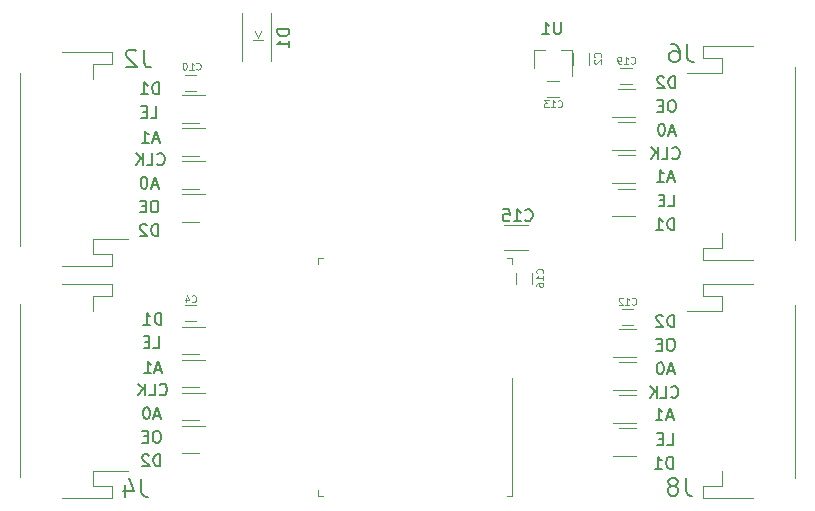
<source format=gbr>
G04 #@! TF.GenerationSoftware,KiCad,Pcbnew,(5.1.2)-2*
G04 #@! TF.CreationDate,2019-09-22T20:07:18+01:00*
G04 #@! TF.ProjectId,LEDPanelControllerV2,4c454450-616e-4656-9c43-6f6e74726f6c,rev?*
G04 #@! TF.SameCoordinates,Original*
G04 #@! TF.FileFunction,Legend,Bot*
G04 #@! TF.FilePolarity,Positive*
%FSLAX46Y46*%
G04 Gerber Fmt 4.6, Leading zero omitted, Abs format (unit mm)*
G04 Created by KiCad (PCBNEW (5.1.2)-2) date 2019-09-22 20:07:18*
%MOMM*%
%LPD*%
G04 APERTURE LIST*
%ADD10C,0.150000*%
%ADD11C,0.100000*%
%ADD12C,0.120000*%
%ADD13C,0.200000*%
G04 APERTURE END LIST*
D10*
X125495238Y-89757142D02*
X125542857Y-89804761D01*
X125685714Y-89852380D01*
X125780952Y-89852380D01*
X125923809Y-89804761D01*
X126019047Y-89709523D01*
X126066666Y-89614285D01*
X126114285Y-89423809D01*
X126114285Y-89280952D01*
X126066666Y-89090476D01*
X126019047Y-88995238D01*
X125923809Y-88900000D01*
X125780952Y-88852380D01*
X125685714Y-88852380D01*
X125542857Y-88900000D01*
X125495238Y-88947619D01*
X124590476Y-89852380D02*
X125066666Y-89852380D01*
X125066666Y-88852380D01*
X124257142Y-89852380D02*
X124257142Y-88852380D01*
X123685714Y-89852380D02*
X124114285Y-89280952D01*
X123685714Y-88852380D02*
X124257142Y-89423809D01*
X124942857Y-85852380D02*
X125419047Y-85852380D01*
X125419047Y-84852380D01*
X124609523Y-85328571D02*
X124276190Y-85328571D01*
X124133333Y-85852380D02*
X124609523Y-85852380D01*
X124609523Y-84852380D01*
X124133333Y-84852380D01*
X125347619Y-92852380D02*
X125157142Y-92852380D01*
X125061904Y-92900000D01*
X124966666Y-92995238D01*
X124919047Y-93185714D01*
X124919047Y-93519047D01*
X124966666Y-93709523D01*
X125061904Y-93804761D01*
X125157142Y-93852380D01*
X125347619Y-93852380D01*
X125442857Y-93804761D01*
X125538095Y-93709523D01*
X125585714Y-93519047D01*
X125585714Y-93185714D01*
X125538095Y-92995238D01*
X125442857Y-92900000D01*
X125347619Y-92852380D01*
X124490476Y-93328571D02*
X124157142Y-93328571D01*
X124014285Y-93852380D02*
X124490476Y-93852380D01*
X124490476Y-92852380D01*
X124014285Y-92852380D01*
X125638095Y-83852381D02*
X125638095Y-82852381D01*
X125400000Y-82852381D01*
X125257142Y-82900001D01*
X125161904Y-82995239D01*
X125114285Y-83090477D01*
X125066666Y-83280953D01*
X125066666Y-83423810D01*
X125114285Y-83614286D01*
X125161904Y-83709524D01*
X125257142Y-83804762D01*
X125400000Y-83852381D01*
X125638095Y-83852381D01*
X124114285Y-83852381D02*
X124685714Y-83852381D01*
X124400000Y-83852381D02*
X124400000Y-82852381D01*
X124495238Y-82995239D01*
X124590476Y-83090477D01*
X124685714Y-83138096D01*
X125614285Y-87666665D02*
X125138095Y-87666665D01*
X125709523Y-87952379D02*
X125376190Y-86952379D01*
X125042857Y-87952379D01*
X124185714Y-87952379D02*
X124757142Y-87952379D01*
X124471428Y-87952379D02*
X124471428Y-86952379D01*
X124566666Y-87095237D01*
X124661904Y-87190475D01*
X124757142Y-87238094D01*
X125514286Y-91566666D02*
X125038096Y-91566666D01*
X125609524Y-91852380D02*
X125276191Y-90852380D01*
X124942858Y-91852380D01*
X124419048Y-90852380D02*
X124323810Y-90852380D01*
X124228572Y-90900000D01*
X124180953Y-90947619D01*
X124133334Y-91042857D01*
X124085715Y-91233333D01*
X124085715Y-91471428D01*
X124133334Y-91661904D01*
X124180953Y-91757142D01*
X124228572Y-91804761D01*
X124323810Y-91852380D01*
X124419048Y-91852380D01*
X124514286Y-91804761D01*
X124561905Y-91757142D01*
X124609524Y-91661904D01*
X124657143Y-91471428D01*
X124657143Y-91233333D01*
X124609524Y-91042857D01*
X124561905Y-90947619D01*
X124514286Y-90900000D01*
X124419048Y-90852380D01*
X125538095Y-95852381D02*
X125538095Y-94852381D01*
X125300000Y-94852381D01*
X125157142Y-94900001D01*
X125061904Y-94995239D01*
X125014285Y-95090477D01*
X124966666Y-95280953D01*
X124966666Y-95423810D01*
X125014285Y-95614286D01*
X125061904Y-95709524D01*
X125157142Y-95804762D01*
X125300000Y-95852381D01*
X125538095Y-95852381D01*
X124585714Y-94947620D02*
X124538095Y-94900001D01*
X124442857Y-94852381D01*
X124204761Y-94852381D01*
X124109523Y-94900001D01*
X124061904Y-94947620D01*
X124014285Y-95042858D01*
X124014285Y-95138096D01*
X124061904Y-95280953D01*
X124633333Y-95852381D01*
X124014285Y-95852381D01*
X125547619Y-112352380D02*
X125357142Y-112352380D01*
X125261904Y-112400000D01*
X125166666Y-112495238D01*
X125119047Y-112685714D01*
X125119047Y-113019047D01*
X125166666Y-113209523D01*
X125261904Y-113304761D01*
X125357142Y-113352380D01*
X125547619Y-113352380D01*
X125642857Y-113304761D01*
X125738095Y-113209523D01*
X125785714Y-113019047D01*
X125785714Y-112685714D01*
X125738095Y-112495238D01*
X125642857Y-112400000D01*
X125547619Y-112352380D01*
X124690476Y-112828571D02*
X124357142Y-112828571D01*
X124214285Y-113352380D02*
X124690476Y-113352380D01*
X124690476Y-112352380D01*
X124214285Y-112352380D01*
X125838095Y-103352381D02*
X125838095Y-102352381D01*
X125600000Y-102352381D01*
X125457142Y-102400001D01*
X125361904Y-102495239D01*
X125314285Y-102590477D01*
X125266666Y-102780953D01*
X125266666Y-102923810D01*
X125314285Y-103114286D01*
X125361904Y-103209524D01*
X125457142Y-103304762D01*
X125600000Y-103352381D01*
X125838095Y-103352381D01*
X124314285Y-103352381D02*
X124885714Y-103352381D01*
X124600000Y-103352381D02*
X124600000Y-102352381D01*
X124695238Y-102495239D01*
X124790476Y-102590477D01*
X124885714Y-102638096D01*
X125738095Y-115352381D02*
X125738095Y-114352381D01*
X125500000Y-114352381D01*
X125357142Y-114400001D01*
X125261904Y-114495239D01*
X125214285Y-114590477D01*
X125166666Y-114780953D01*
X125166666Y-114923810D01*
X125214285Y-115114286D01*
X125261904Y-115209524D01*
X125357142Y-115304762D01*
X125500000Y-115352381D01*
X125738095Y-115352381D01*
X124785714Y-114447620D02*
X124738095Y-114400001D01*
X124642857Y-114352381D01*
X124404761Y-114352381D01*
X124309523Y-114400001D01*
X124261904Y-114447620D01*
X124214285Y-114542858D01*
X124214285Y-114638096D01*
X124261904Y-114780953D01*
X124833333Y-115352381D01*
X124214285Y-115352381D01*
X125814285Y-107166665D02*
X125338095Y-107166665D01*
X125909523Y-107452379D02*
X125576190Y-106452379D01*
X125242857Y-107452379D01*
X124385714Y-107452379D02*
X124957142Y-107452379D01*
X124671428Y-107452379D02*
X124671428Y-106452379D01*
X124766666Y-106595237D01*
X124861904Y-106690475D01*
X124957142Y-106738094D01*
X125695238Y-109257142D02*
X125742857Y-109304761D01*
X125885714Y-109352380D01*
X125980952Y-109352380D01*
X126123809Y-109304761D01*
X126219047Y-109209523D01*
X126266666Y-109114285D01*
X126314285Y-108923809D01*
X126314285Y-108780952D01*
X126266666Y-108590476D01*
X126219047Y-108495238D01*
X126123809Y-108400000D01*
X125980952Y-108352380D01*
X125885714Y-108352380D01*
X125742857Y-108400000D01*
X125695238Y-108447619D01*
X124790476Y-109352380D02*
X125266666Y-109352380D01*
X125266666Y-108352380D01*
X124457142Y-109352380D02*
X124457142Y-108352380D01*
X123885714Y-109352380D02*
X124314285Y-108780952D01*
X123885714Y-108352380D02*
X124457142Y-108923809D01*
X125142857Y-105352380D02*
X125619047Y-105352380D01*
X125619047Y-104352380D01*
X124809523Y-104828571D02*
X124476190Y-104828571D01*
X124333333Y-105352380D02*
X124809523Y-105352380D01*
X124809523Y-104352380D01*
X124333333Y-104352380D01*
X125714286Y-111066666D02*
X125238096Y-111066666D01*
X125809524Y-111352380D02*
X125476191Y-110352380D01*
X125142858Y-111352380D01*
X124619048Y-110352380D02*
X124523810Y-110352380D01*
X124428572Y-110400000D01*
X124380953Y-110447619D01*
X124333334Y-110542857D01*
X124285715Y-110733333D01*
X124285715Y-110971428D01*
X124333334Y-111161904D01*
X124380953Y-111257142D01*
X124428572Y-111304761D01*
X124523810Y-111352380D01*
X124619048Y-111352380D01*
X124714286Y-111304761D01*
X124761905Y-111257142D01*
X124809524Y-111161904D01*
X124857143Y-110971428D01*
X124857143Y-110733333D01*
X124809524Y-110542857D01*
X124761905Y-110447619D01*
X124714286Y-110400000D01*
X124619048Y-110352380D01*
X169238095Y-103552379D02*
X169238095Y-102552379D01*
X169000000Y-102552379D01*
X168857142Y-102599999D01*
X168761904Y-102695237D01*
X168714285Y-102790475D01*
X168666666Y-102980951D01*
X168666666Y-103123808D01*
X168714285Y-103314284D01*
X168761904Y-103409522D01*
X168857142Y-103504760D01*
X169000000Y-103552379D01*
X169238095Y-103552379D01*
X168285714Y-102647618D02*
X168238095Y-102599999D01*
X168142857Y-102552379D01*
X167904761Y-102552379D01*
X167809523Y-102599999D01*
X167761904Y-102647618D01*
X167714285Y-102742856D01*
X167714285Y-102838094D01*
X167761904Y-102980951D01*
X168333333Y-103552379D01*
X167714285Y-103552379D01*
X168995238Y-109457142D02*
X169042857Y-109504761D01*
X169185714Y-109552380D01*
X169280952Y-109552380D01*
X169423809Y-109504761D01*
X169519047Y-109409523D01*
X169566666Y-109314285D01*
X169614285Y-109123809D01*
X169614285Y-108980952D01*
X169566666Y-108790476D01*
X169519047Y-108695238D01*
X169423809Y-108600000D01*
X169280952Y-108552380D01*
X169185714Y-108552380D01*
X169042857Y-108600000D01*
X168995238Y-108647619D01*
X168090476Y-109552380D02*
X168566666Y-109552380D01*
X168566666Y-108552380D01*
X167757142Y-109552380D02*
X167757142Y-108552380D01*
X167185714Y-109552380D02*
X167614285Y-108980952D01*
X167185714Y-108552380D02*
X167757142Y-109123809D01*
X169138095Y-115552380D02*
X169138095Y-114552380D01*
X168900000Y-114552380D01*
X168757142Y-114600000D01*
X168661904Y-114695238D01*
X168614285Y-114790476D01*
X168566666Y-114980952D01*
X168566666Y-115123809D01*
X168614285Y-115314285D01*
X168661904Y-115409523D01*
X168757142Y-115504761D01*
X168900000Y-115552380D01*
X169138095Y-115552380D01*
X167614285Y-115552380D02*
X168185714Y-115552380D01*
X167900000Y-115552380D02*
X167900000Y-114552380D01*
X167995238Y-114695238D01*
X168090476Y-114790476D01*
X168185714Y-114838095D01*
X168642857Y-113552380D02*
X169119047Y-113552380D01*
X169119047Y-112552380D01*
X168309523Y-113028571D02*
X167976190Y-113028571D01*
X167833333Y-113552380D02*
X168309523Y-113552380D01*
X168309523Y-112552380D01*
X167833333Y-112552380D01*
X169114285Y-111166666D02*
X168638095Y-111166666D01*
X169209523Y-111452380D02*
X168876190Y-110452380D01*
X168542857Y-111452380D01*
X167685714Y-111452380D02*
X168257142Y-111452380D01*
X167971428Y-111452380D02*
X167971428Y-110452380D01*
X168066666Y-110595238D01*
X168161904Y-110690476D01*
X168257142Y-110738095D01*
X169214284Y-107266666D02*
X168738094Y-107266666D01*
X169309522Y-107552380D02*
X168976189Y-106552380D01*
X168642856Y-107552380D01*
X168119046Y-106552380D02*
X168023808Y-106552380D01*
X167928570Y-106600000D01*
X167880951Y-106647619D01*
X167833332Y-106742857D01*
X167785713Y-106933333D01*
X167785713Y-107171428D01*
X167833332Y-107361904D01*
X167880951Y-107457142D01*
X167928570Y-107504761D01*
X168023808Y-107552380D01*
X168119046Y-107552380D01*
X168214284Y-107504761D01*
X168261903Y-107457142D01*
X168309522Y-107361904D01*
X168357141Y-107171428D01*
X168357141Y-106933333D01*
X168309522Y-106742857D01*
X168261903Y-106647619D01*
X168214284Y-106600000D01*
X168119046Y-106552380D01*
X169047619Y-104552380D02*
X168857142Y-104552380D01*
X168761904Y-104600000D01*
X168666666Y-104695238D01*
X168619047Y-104885714D01*
X168619047Y-105219047D01*
X168666666Y-105409523D01*
X168761904Y-105504761D01*
X168857142Y-105552380D01*
X169047619Y-105552380D01*
X169142857Y-105504761D01*
X169238095Y-105409523D01*
X169285714Y-105219047D01*
X169285714Y-104885714D01*
X169238095Y-104695238D01*
X169142857Y-104600000D01*
X169047619Y-104552380D01*
X168190476Y-105028571D02*
X167857142Y-105028571D01*
X167714285Y-105552380D02*
X168190476Y-105552380D01*
X168190476Y-104552380D01*
X167714285Y-104552380D01*
X169095238Y-89257142D02*
X169142857Y-89304761D01*
X169285714Y-89352380D01*
X169380952Y-89352380D01*
X169523809Y-89304761D01*
X169619047Y-89209523D01*
X169666666Y-89114285D01*
X169714285Y-88923809D01*
X169714285Y-88780952D01*
X169666666Y-88590476D01*
X169619047Y-88495238D01*
X169523809Y-88400000D01*
X169380952Y-88352380D01*
X169285714Y-88352380D01*
X169142857Y-88400000D01*
X169095238Y-88447619D01*
X168190476Y-89352380D02*
X168666666Y-89352380D01*
X168666666Y-88352380D01*
X167857142Y-89352380D02*
X167857142Y-88352380D01*
X167285714Y-89352380D02*
X167714285Y-88780952D01*
X167285714Y-88352380D02*
X167857142Y-88923809D01*
X169214285Y-90966666D02*
X168738095Y-90966666D01*
X169309523Y-91252380D02*
X168976190Y-90252380D01*
X168642857Y-91252380D01*
X167785714Y-91252380D02*
X168357142Y-91252380D01*
X168071428Y-91252380D02*
X168071428Y-90252380D01*
X168166666Y-90395238D01*
X168261904Y-90490476D01*
X168357142Y-90538095D01*
X169238095Y-95352380D02*
X169238095Y-94352380D01*
X169000000Y-94352380D01*
X168857142Y-94400000D01*
X168761904Y-94495238D01*
X168714285Y-94590476D01*
X168666666Y-94780952D01*
X168666666Y-94923809D01*
X168714285Y-95114285D01*
X168761904Y-95209523D01*
X168857142Y-95304761D01*
X169000000Y-95352380D01*
X169238095Y-95352380D01*
X167714285Y-95352380D02*
X168285714Y-95352380D01*
X168000000Y-95352380D02*
X168000000Y-94352380D01*
X168095238Y-94495238D01*
X168190476Y-94590476D01*
X168285714Y-94638095D01*
X169338095Y-83352379D02*
X169338095Y-82352379D01*
X169100000Y-82352379D01*
X168957142Y-82399999D01*
X168861904Y-82495237D01*
X168814285Y-82590475D01*
X168766666Y-82780951D01*
X168766666Y-82923808D01*
X168814285Y-83114284D01*
X168861904Y-83209522D01*
X168957142Y-83304760D01*
X169100000Y-83352379D01*
X169338095Y-83352379D01*
X168385714Y-82447618D02*
X168338095Y-82399999D01*
X168242857Y-82352379D01*
X168004761Y-82352379D01*
X167909523Y-82399999D01*
X167861904Y-82447618D01*
X167814285Y-82542856D01*
X167814285Y-82638094D01*
X167861904Y-82780951D01*
X168433333Y-83352379D01*
X167814285Y-83352379D01*
X169314284Y-87066666D02*
X168838094Y-87066666D01*
X169409522Y-87352380D02*
X169076189Y-86352380D01*
X168742856Y-87352380D01*
X168219046Y-86352380D02*
X168123808Y-86352380D01*
X168028570Y-86400000D01*
X167980951Y-86447619D01*
X167933332Y-86542857D01*
X167885713Y-86733333D01*
X167885713Y-86971428D01*
X167933332Y-87161904D01*
X167980951Y-87257142D01*
X168028570Y-87304761D01*
X168123808Y-87352380D01*
X168219046Y-87352380D01*
X168314284Y-87304761D01*
X168361903Y-87257142D01*
X168409522Y-87161904D01*
X168457141Y-86971428D01*
X168457141Y-86733333D01*
X168409522Y-86542857D01*
X168361903Y-86447619D01*
X168314284Y-86400000D01*
X168219046Y-86352380D01*
X168742857Y-93352380D02*
X169219047Y-93352380D01*
X169219047Y-92352380D01*
X168409523Y-92828571D02*
X168076190Y-92828571D01*
X167933333Y-93352380D02*
X168409523Y-93352380D01*
X168409523Y-92352380D01*
X167933333Y-92352380D01*
X169147619Y-84352380D02*
X168957142Y-84352380D01*
X168861904Y-84400000D01*
X168766666Y-84495238D01*
X168719047Y-84685714D01*
X168719047Y-85019047D01*
X168766666Y-85209523D01*
X168861904Y-85304761D01*
X168957142Y-85352380D01*
X169147619Y-85352380D01*
X169242857Y-85304761D01*
X169338095Y-85209523D01*
X169385714Y-85019047D01*
X169385714Y-84685714D01*
X169338095Y-84495238D01*
X169242857Y-84400000D01*
X169147619Y-84352380D01*
X168290476Y-84828571D02*
X167957142Y-84828571D01*
X167814285Y-85352380D02*
X168290476Y-85352380D01*
X168290476Y-84352380D01*
X167814285Y-84352380D01*
D11*
X135150000Y-81050000D02*
X135150000Y-76950000D01*
X132650000Y-76950000D02*
X132650000Y-81000000D01*
X155500000Y-117850000D02*
X155100000Y-117850000D01*
X155500000Y-97750000D02*
X155100000Y-97750000D01*
X155500000Y-98250000D02*
X155500000Y-97750000D01*
X139500000Y-97750000D02*
X139100000Y-97750000D01*
X139100000Y-98250000D02*
X139100000Y-97750000D01*
X139500000Y-117850000D02*
X139100000Y-117850000D01*
X139100000Y-117850000D02*
X139100000Y-117350000D01*
X155500000Y-117850000D02*
X155500000Y-107850000D01*
D12*
X157420000Y-80140000D02*
X158350000Y-80140000D01*
X160580000Y-80140000D02*
X159650000Y-80140000D01*
X160580000Y-80140000D02*
X160580000Y-82300000D01*
X157420000Y-80140000D02*
X157420000Y-81600000D01*
X165900000Y-85760000D02*
X164000000Y-85760000D01*
X164500000Y-83440000D02*
X165900000Y-83440000D01*
X165900000Y-88560000D02*
X164000000Y-88560000D01*
X164500000Y-86240000D02*
X165900000Y-86240000D01*
X165900000Y-91360000D02*
X164000000Y-91360000D01*
X164500000Y-89040000D02*
X165900000Y-89040000D01*
X165900000Y-94160000D02*
X164000000Y-94160000D01*
X164500000Y-91840000D02*
X165900000Y-91840000D01*
X166000000Y-106060000D02*
X164100000Y-106060000D01*
X164600000Y-103740000D02*
X166000000Y-103740000D01*
X166000000Y-108860000D02*
X164100000Y-108860000D01*
X164600000Y-106540000D02*
X166000000Y-106540000D01*
X166000000Y-111660000D02*
X164100000Y-111660000D01*
X164600000Y-109340000D02*
X166000000Y-109340000D01*
X166000000Y-114460000D02*
X164100000Y-114460000D01*
X164600000Y-112140000D02*
X166000000Y-112140000D01*
X127600000Y-111940000D02*
X129500000Y-111940000D01*
X129000000Y-114260000D02*
X127600000Y-114260000D01*
X127600000Y-89540000D02*
X129500000Y-89540000D01*
X129000000Y-91860000D02*
X127600000Y-91860000D01*
X127600000Y-109140000D02*
X129500000Y-109140000D01*
X129000000Y-111460000D02*
X127600000Y-111460000D01*
X127600000Y-92340000D02*
X129500000Y-92340000D01*
X129000000Y-94660000D02*
X127600000Y-94660000D01*
X127600000Y-86740000D02*
X129500000Y-86740000D01*
X129000000Y-89060000D02*
X127600000Y-89060000D01*
X127600000Y-103540000D02*
X129500000Y-103540000D01*
X129000000Y-105860000D02*
X127600000Y-105860000D01*
X127600000Y-106340000D02*
X129500000Y-106340000D01*
X129000000Y-108660000D02*
X127600000Y-108660000D01*
X127600000Y-83940000D02*
X129500000Y-83940000D01*
X129000000Y-86260000D02*
X127600000Y-86260000D01*
X160720000Y-80400000D02*
X160720000Y-81400000D01*
X162080000Y-81400000D02*
X162080000Y-80400000D01*
X158500000Y-84080000D02*
X159500000Y-84080000D01*
X159500000Y-82720000D02*
X158500000Y-82720000D01*
X165800000Y-102020000D02*
X164800000Y-102020000D01*
X164800000Y-103380000D02*
X165800000Y-103380000D01*
X165700000Y-81620000D02*
X164700000Y-81620000D01*
X164700000Y-82980000D02*
X165700000Y-82980000D01*
X127800000Y-103080000D02*
X128800000Y-103080000D01*
X128800000Y-101720000D02*
X127800000Y-101720000D01*
X127800000Y-83580000D02*
X128800000Y-83580000D01*
X128800000Y-82220000D02*
X127800000Y-82220000D01*
X120075000Y-96125000D02*
X120075000Y-97400000D01*
X120075000Y-97400000D02*
X121675000Y-97400000D01*
X121675000Y-97400000D02*
X121675000Y-98400000D01*
X121675000Y-98400000D02*
X117450000Y-98400000D01*
X117450000Y-80300000D02*
X121675000Y-80300000D01*
X121675000Y-80300000D02*
X121675000Y-81300000D01*
X121675000Y-81300000D02*
X120075000Y-81300000D01*
X120075000Y-81300000D02*
X120075000Y-82575000D01*
X113875000Y-96675000D02*
X113875000Y-82025000D01*
X120075000Y-96125000D02*
X122975000Y-96125000D01*
X154850000Y-97070000D02*
X156850000Y-97070000D01*
X156850000Y-94930000D02*
X154850000Y-94930000D01*
X155820000Y-98950000D02*
X155820000Y-99950000D01*
X157180000Y-99950000D02*
X157180000Y-98950000D01*
X173275000Y-102225000D02*
X173275000Y-100950000D01*
X173275000Y-100950000D02*
X171675000Y-100950000D01*
X171675000Y-100950000D02*
X171675000Y-99950000D01*
X171675000Y-99950000D02*
X175900000Y-99950000D01*
X175900000Y-118050000D02*
X171675000Y-118050000D01*
X171675000Y-118050000D02*
X171675000Y-117050000D01*
X171675000Y-117050000D02*
X173275000Y-117050000D01*
X173275000Y-117050000D02*
X173275000Y-115775000D01*
X179475000Y-101675000D02*
X179475000Y-116325000D01*
X173275000Y-102225000D02*
X170375000Y-102225000D01*
X173275000Y-82075000D02*
X173275000Y-80800000D01*
X173275000Y-80800000D02*
X171675000Y-80800000D01*
X171675000Y-80800000D02*
X171675000Y-79800000D01*
X171675000Y-79800000D02*
X175900000Y-79800000D01*
X175900000Y-97900000D02*
X171675000Y-97900000D01*
X171675000Y-97900000D02*
X171675000Y-96900000D01*
X171675000Y-96900000D02*
X173275000Y-96900000D01*
X173275000Y-96900000D02*
X173275000Y-95625000D01*
X179475000Y-81525000D02*
X179475000Y-96175000D01*
X173275000Y-82075000D02*
X170375000Y-82075000D01*
X120075000Y-115725000D02*
X120075000Y-117000000D01*
X120075000Y-117000000D02*
X121675000Y-117000000D01*
X121675000Y-117000000D02*
X121675000Y-118000000D01*
X121675000Y-118000000D02*
X117450000Y-118000000D01*
X117450000Y-99900000D02*
X121675000Y-99900000D01*
X121675000Y-99900000D02*
X121675000Y-100900000D01*
X121675000Y-100900000D02*
X120075000Y-100900000D01*
X120075000Y-100900000D02*
X120075000Y-102175000D01*
X113875000Y-116275000D02*
X113875000Y-101625000D01*
X120075000Y-115725000D02*
X122975000Y-115725000D01*
D10*
X136652380Y-78361904D02*
X135652380Y-78361904D01*
X135652380Y-78600000D01*
X135700000Y-78742857D01*
X135795238Y-78838095D01*
X135890476Y-78885714D01*
X136080952Y-78933333D01*
X136223809Y-78933333D01*
X136414285Y-78885714D01*
X136509523Y-78838095D01*
X136604761Y-78742857D01*
X136652380Y-78600000D01*
X136652380Y-78361904D01*
X136652380Y-79885714D02*
X136652380Y-79314285D01*
X136652380Y-79600000D02*
X135652380Y-79600000D01*
X135795238Y-79504761D01*
X135890476Y-79409523D01*
X135938095Y-79314285D01*
D11*
X133778571Y-78495238D02*
X134007142Y-79104761D01*
X134235714Y-78495238D01*
X134421428Y-79300000D02*
X133564285Y-79300000D01*
D10*
X159661904Y-77752380D02*
X159661904Y-78561904D01*
X159614285Y-78657142D01*
X159566666Y-78704761D01*
X159471428Y-78752380D01*
X159280952Y-78752380D01*
X159185714Y-78704761D01*
X159138095Y-78657142D01*
X159090476Y-78561904D01*
X159090476Y-77752380D01*
X158090476Y-78752380D02*
X158661904Y-78752380D01*
X158376190Y-78752380D02*
X158376190Y-77752380D01*
X158471428Y-77895238D01*
X158566666Y-77990476D01*
X158661904Y-78038095D01*
D11*
X163014285Y-80700000D02*
X163042857Y-80671428D01*
X163071428Y-80585714D01*
X163071428Y-80528571D01*
X163042857Y-80442857D01*
X162985714Y-80385714D01*
X162928571Y-80357142D01*
X162814285Y-80328571D01*
X162728571Y-80328571D01*
X162614285Y-80357142D01*
X162557142Y-80385714D01*
X162500000Y-80442857D01*
X162471428Y-80528571D01*
X162471428Y-80585714D01*
X162500000Y-80671428D01*
X162528571Y-80700000D01*
X162528571Y-80928571D02*
X162500000Y-80957142D01*
X162471428Y-81014285D01*
X162471428Y-81157142D01*
X162500000Y-81214285D01*
X162528571Y-81242857D01*
X162585714Y-81271428D01*
X162642857Y-81271428D01*
X162728571Y-81242857D01*
X163071428Y-80900000D01*
X163071428Y-81271428D01*
X159385714Y-84914285D02*
X159414285Y-84942857D01*
X159500000Y-84971428D01*
X159557142Y-84971428D01*
X159642857Y-84942857D01*
X159700000Y-84885714D01*
X159728571Y-84828571D01*
X159757142Y-84714285D01*
X159757142Y-84628571D01*
X159728571Y-84514285D01*
X159700000Y-84457142D01*
X159642857Y-84400000D01*
X159557142Y-84371428D01*
X159500000Y-84371428D01*
X159414285Y-84400000D01*
X159385714Y-84428571D01*
X158814285Y-84971428D02*
X159157142Y-84971428D01*
X158985714Y-84971428D02*
X158985714Y-84371428D01*
X159042857Y-84457142D01*
X159100000Y-84514285D01*
X159157142Y-84542857D01*
X158614285Y-84371428D02*
X158242857Y-84371428D01*
X158442857Y-84600000D01*
X158357142Y-84600000D01*
X158300000Y-84628571D01*
X158271428Y-84657142D01*
X158242857Y-84714285D01*
X158242857Y-84857142D01*
X158271428Y-84914285D01*
X158300000Y-84942857D01*
X158357142Y-84971428D01*
X158528571Y-84971428D01*
X158585714Y-84942857D01*
X158614285Y-84914285D01*
X165685714Y-101614285D02*
X165714285Y-101642857D01*
X165800000Y-101671428D01*
X165857142Y-101671428D01*
X165942857Y-101642857D01*
X166000000Y-101585714D01*
X166028571Y-101528571D01*
X166057142Y-101414285D01*
X166057142Y-101328571D01*
X166028571Y-101214285D01*
X166000000Y-101157142D01*
X165942857Y-101100000D01*
X165857142Y-101071428D01*
X165800000Y-101071428D01*
X165714285Y-101100000D01*
X165685714Y-101128571D01*
X165114285Y-101671428D02*
X165457142Y-101671428D01*
X165285714Y-101671428D02*
X165285714Y-101071428D01*
X165342857Y-101157142D01*
X165400000Y-101214285D01*
X165457142Y-101242857D01*
X164885714Y-101128571D02*
X164857142Y-101100000D01*
X164800000Y-101071428D01*
X164657142Y-101071428D01*
X164600000Y-101100000D01*
X164571428Y-101128571D01*
X164542857Y-101185714D01*
X164542857Y-101242857D01*
X164571428Y-101328571D01*
X164914285Y-101671428D01*
X164542857Y-101671428D01*
X165585714Y-81214285D02*
X165614285Y-81242857D01*
X165700000Y-81271428D01*
X165757142Y-81271428D01*
X165842857Y-81242857D01*
X165900000Y-81185714D01*
X165928571Y-81128571D01*
X165957142Y-81014285D01*
X165957142Y-80928571D01*
X165928571Y-80814285D01*
X165900000Y-80757142D01*
X165842857Y-80700000D01*
X165757142Y-80671428D01*
X165700000Y-80671428D01*
X165614285Y-80700000D01*
X165585714Y-80728571D01*
X165014285Y-81271428D02*
X165357142Y-81271428D01*
X165185714Y-81271428D02*
X165185714Y-80671428D01*
X165242857Y-80757142D01*
X165300000Y-80814285D01*
X165357142Y-80842857D01*
X164728571Y-81271428D02*
X164614285Y-81271428D01*
X164557142Y-81242857D01*
X164528571Y-81214285D01*
X164471428Y-81128571D01*
X164442857Y-81014285D01*
X164442857Y-80785714D01*
X164471428Y-80728571D01*
X164500000Y-80700000D01*
X164557142Y-80671428D01*
X164671428Y-80671428D01*
X164728571Y-80700000D01*
X164757142Y-80728571D01*
X164785714Y-80785714D01*
X164785714Y-80928571D01*
X164757142Y-80985714D01*
X164728571Y-81014285D01*
X164671428Y-81042857D01*
X164557142Y-81042857D01*
X164500000Y-81014285D01*
X164471428Y-80985714D01*
X164442857Y-80928571D01*
X128400000Y-101414285D02*
X128428571Y-101442857D01*
X128514285Y-101471428D01*
X128571428Y-101471428D01*
X128657142Y-101442857D01*
X128714285Y-101385714D01*
X128742857Y-101328571D01*
X128771428Y-101214285D01*
X128771428Y-101128571D01*
X128742857Y-101014285D01*
X128714285Y-100957142D01*
X128657142Y-100900000D01*
X128571428Y-100871428D01*
X128514285Y-100871428D01*
X128428571Y-100900000D01*
X128400000Y-100928571D01*
X127885714Y-101071428D02*
X127885714Y-101471428D01*
X128028571Y-100842857D02*
X128171428Y-101271428D01*
X127800000Y-101271428D01*
X128785714Y-81714285D02*
X128814285Y-81742857D01*
X128900000Y-81771428D01*
X128957142Y-81771428D01*
X129042857Y-81742857D01*
X129100000Y-81685714D01*
X129128571Y-81628571D01*
X129157142Y-81514285D01*
X129157142Y-81428571D01*
X129128571Y-81314285D01*
X129100000Y-81257142D01*
X129042857Y-81200000D01*
X128957142Y-81171428D01*
X128900000Y-81171428D01*
X128814285Y-81200000D01*
X128785714Y-81228571D01*
X128214285Y-81771428D02*
X128557142Y-81771428D01*
X128385714Y-81771428D02*
X128385714Y-81171428D01*
X128442857Y-81257142D01*
X128500000Y-81314285D01*
X128557142Y-81342857D01*
X127842857Y-81171428D02*
X127785714Y-81171428D01*
X127728571Y-81200000D01*
X127700000Y-81228571D01*
X127671428Y-81285714D01*
X127642857Y-81400000D01*
X127642857Y-81542857D01*
X127671428Y-81657142D01*
X127700000Y-81714285D01*
X127728571Y-81742857D01*
X127785714Y-81771428D01*
X127842857Y-81771428D01*
X127900000Y-81742857D01*
X127928571Y-81714285D01*
X127957142Y-81657142D01*
X127985714Y-81542857D01*
X127985714Y-81400000D01*
X127957142Y-81285714D01*
X127928571Y-81228571D01*
X127900000Y-81200000D01*
X127842857Y-81171428D01*
D13*
X124350000Y-80078571D02*
X124350000Y-81150000D01*
X124421428Y-81364285D01*
X124564285Y-81507142D01*
X124778571Y-81578571D01*
X124921428Y-81578571D01*
X123707142Y-80221428D02*
X123635714Y-80150000D01*
X123492857Y-80078571D01*
X123135714Y-80078571D01*
X122992857Y-80150000D01*
X122921428Y-80221428D01*
X122850000Y-80364285D01*
X122850000Y-80507142D01*
X122921428Y-80721428D01*
X123778571Y-81578571D01*
X122850000Y-81578571D01*
D10*
X156642857Y-94507142D02*
X156690476Y-94554761D01*
X156833333Y-94602380D01*
X156928571Y-94602380D01*
X157071428Y-94554761D01*
X157166666Y-94459523D01*
X157214285Y-94364285D01*
X157261904Y-94173809D01*
X157261904Y-94030952D01*
X157214285Y-93840476D01*
X157166666Y-93745238D01*
X157071428Y-93650000D01*
X156928571Y-93602380D01*
X156833333Y-93602380D01*
X156690476Y-93650000D01*
X156642857Y-93697619D01*
X155690476Y-94602380D02*
X156261904Y-94602380D01*
X155976190Y-94602380D02*
X155976190Y-93602380D01*
X156071428Y-93745238D01*
X156166666Y-93840476D01*
X156261904Y-93888095D01*
X154785714Y-93602380D02*
X155261904Y-93602380D01*
X155309523Y-94078571D01*
X155261904Y-94030952D01*
X155166666Y-93983333D01*
X154928571Y-93983333D01*
X154833333Y-94030952D01*
X154785714Y-94078571D01*
X154738095Y-94173809D01*
X154738095Y-94411904D01*
X154785714Y-94507142D01*
X154833333Y-94554761D01*
X154928571Y-94602380D01*
X155166666Y-94602380D01*
X155261904Y-94554761D01*
X155309523Y-94507142D01*
D11*
X158114285Y-99014285D02*
X158142857Y-98985714D01*
X158171428Y-98900000D01*
X158171428Y-98842857D01*
X158142857Y-98757142D01*
X158085714Y-98700000D01*
X158028571Y-98671428D01*
X157914285Y-98642857D01*
X157828571Y-98642857D01*
X157714285Y-98671428D01*
X157657142Y-98700000D01*
X157600000Y-98757142D01*
X157571428Y-98842857D01*
X157571428Y-98900000D01*
X157600000Y-98985714D01*
X157628571Y-99014285D01*
X158171428Y-99585714D02*
X158171428Y-99242857D01*
X158171428Y-99414285D02*
X157571428Y-99414285D01*
X157657142Y-99357142D01*
X157714285Y-99300000D01*
X157742857Y-99242857D01*
X157571428Y-100100000D02*
X157571428Y-99985714D01*
X157600000Y-99928571D01*
X157628571Y-99900000D01*
X157714285Y-99842857D01*
X157828571Y-99814285D01*
X158057142Y-99814285D01*
X158114285Y-99842857D01*
X158142857Y-99871428D01*
X158171428Y-99928571D01*
X158171428Y-100042857D01*
X158142857Y-100100000D01*
X158114285Y-100128571D01*
X158057142Y-100157142D01*
X157914285Y-100157142D01*
X157857142Y-100128571D01*
X157828571Y-100100000D01*
X157800000Y-100042857D01*
X157800000Y-99928571D01*
X157828571Y-99871428D01*
X157857142Y-99842857D01*
X157914285Y-99814285D01*
D13*
X170225000Y-116353571D02*
X170225000Y-117425000D01*
X170296428Y-117639285D01*
X170439285Y-117782142D01*
X170653571Y-117853571D01*
X170796428Y-117853571D01*
X169296428Y-116996428D02*
X169439285Y-116925000D01*
X169510714Y-116853571D01*
X169582142Y-116710714D01*
X169582142Y-116639285D01*
X169510714Y-116496428D01*
X169439285Y-116425000D01*
X169296428Y-116353571D01*
X169010714Y-116353571D01*
X168867857Y-116425000D01*
X168796428Y-116496428D01*
X168725000Y-116639285D01*
X168725000Y-116710714D01*
X168796428Y-116853571D01*
X168867857Y-116925000D01*
X169010714Y-116996428D01*
X169296428Y-116996428D01*
X169439285Y-117067857D01*
X169510714Y-117139285D01*
X169582142Y-117282142D01*
X169582142Y-117567857D01*
X169510714Y-117710714D01*
X169439285Y-117782142D01*
X169296428Y-117853571D01*
X169010714Y-117853571D01*
X168867857Y-117782142D01*
X168796428Y-117710714D01*
X168725000Y-117567857D01*
X168725000Y-117282142D01*
X168796428Y-117139285D01*
X168867857Y-117067857D01*
X169010714Y-116996428D01*
X170350000Y-79628571D02*
X170350000Y-80700000D01*
X170421428Y-80914285D01*
X170564285Y-81057142D01*
X170778571Y-81128571D01*
X170921428Y-81128571D01*
X168992857Y-79628571D02*
X169278571Y-79628571D01*
X169421428Y-79700000D01*
X169492857Y-79771428D01*
X169635714Y-79985714D01*
X169707142Y-80271428D01*
X169707142Y-80842857D01*
X169635714Y-80985714D01*
X169564285Y-81057142D01*
X169421428Y-81128571D01*
X169135714Y-81128571D01*
X168992857Y-81057142D01*
X168921428Y-80985714D01*
X168850000Y-80842857D01*
X168850000Y-80485714D01*
X168921428Y-80342857D01*
X168992857Y-80271428D01*
X169135714Y-80200000D01*
X169421428Y-80200000D01*
X169564285Y-80271428D01*
X169635714Y-80342857D01*
X169707142Y-80485714D01*
X124125000Y-116453571D02*
X124125000Y-117525000D01*
X124196428Y-117739285D01*
X124339285Y-117882142D01*
X124553571Y-117953571D01*
X124696428Y-117953571D01*
X122767857Y-116953571D02*
X122767857Y-117953571D01*
X123125000Y-116382142D02*
X123482142Y-117453571D01*
X122553571Y-117453571D01*
M02*

</source>
